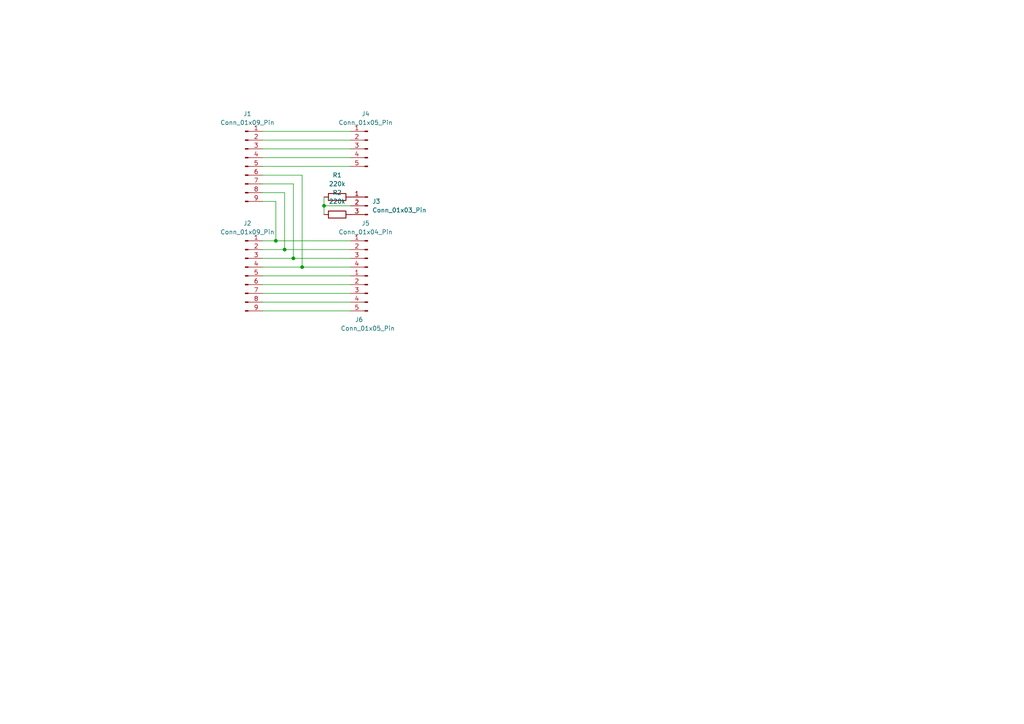
<source format=kicad_sch>
(kicad_sch (version 20230121) (generator eeschema)
  (paper "A4")
  (lib_symbols
    (symbol "Connector:Conn_01x03_Pin" (pin_names (offset 1.016) hide)
      (property "Reference" "J" (at 0 5.08 0))
      (property "Value" "Conn_01x03_Pin" (at 0 -5.08 0))
      (symbol "Conn_01x03_Pin_1_1"
        (polyline (pts (xy 1.27 -2.54) (xy 0.8636 -2.54)) (stroke (width 0.1524)))
        (polyline (pts (xy 1.27 0) (xy 0.8636 0)) (stroke (width 0.1524)))
        (polyline (pts (xy 1.27 2.54) (xy 0.8636 2.54)) (stroke (width 0.1524)))
        (rectangle (start 0.8636 -2.413) (end 0 -2.667) (stroke (width 0.1524)) (fill (type outline)))
        (rectangle (start 0.8636 0.127) (end 0 -0.127) (stroke (width 0.1524)) (fill (type outline)))
        (rectangle (start 0.8636 2.667) (end 0 2.413) (stroke (width 0.1524)) (fill (type outline)))
        (pin passive line (at 5.08 2.54 180) (length 3.81) (name "Pin_1") (number "1"))
        (pin passive line (at 5.08 0 180) (length 3.81) (name "Pin_2") (number "2"))
        (pin passive line (at 5.08 -2.54 180) (length 3.81) (name "Pin_3") (number "3"))
      )
    )
    (symbol "Connector:Conn_01x04_Pin" (pin_names (offset 1.016) hide)
      (property "Reference" "J" (at 0 5.08 0))
      (property "Value" "Conn_01x04_Pin" (at 0 -7.62 0))
      (symbol "Conn_01x04_Pin_1_1"
        (polyline (pts (xy 1.27 -5.08) (xy 0.8636 -5.08)) (stroke (width 0.1524)))
        (polyline (pts (xy 1.27 -2.54) (xy 0.8636 -2.54)) (stroke (width 0.1524)))
        (polyline (pts (xy 1.27 0) (xy 0.8636 0)) (stroke (width 0.1524)))
        (polyline (pts (xy 1.27 2.54) (xy 0.8636 2.54)) (stroke (width 0.1524)))
        (rectangle (start 0.8636 -4.953) (end 0 -5.207) (stroke (width 0.1524)) (fill (type outline)))
        (rectangle (start 0.8636 -2.413) (end 0 -2.667) (stroke (width 0.1524)) (fill (type outline)))
        (rectangle (start 0.8636 0.127) (end 0 -0.127) (stroke (width 0.1524)) (fill (type outline)))
        (rectangle (start 0.8636 2.667) (end 0 2.413) (stroke (width 0.1524)) (fill (type outline)))
        (pin passive line (at 5.08 2.54 180) (length 3.81) (name "Pin_1") (number "1"))
        (pin passive line (at 5.08 0 180) (length 3.81) (name "Pin_2") (number "2"))
        (pin passive line (at 5.08 -2.54 180) (length 3.81) (name "Pin_3") (number "3"))
        (pin passive line (at 5.08 -5.08 180) (length 3.81) (name "Pin_4") (number "4"))
      )
    )
    (symbol "Connector:Conn_01x05_Pin" (pin_names (offset 1.016) hide)
      (property "Reference" "J" (at 0 7.62 0))
      (property "Value" "Conn_01x05_Pin" (at 0 -7.62 0))
      (symbol "Conn_01x05_Pin_1_1"
        (polyline (pts (xy 1.27 -5.08) (xy 0.8636 -5.08)) (stroke (width 0.1524)))
        (polyline (pts (xy 1.27 -2.54) (xy 0.8636 -2.54)) (stroke (width 0.1524)))
        (polyline (pts (xy 1.27 0) (xy 0.8636 0)) (stroke (width 0.1524)))
        (polyline (pts (xy 1.27 2.54) (xy 0.8636 2.54)) (stroke (width 0.1524)))
        (polyline (pts (xy 1.27 5.08) (xy 0.8636 5.08)) (stroke (width 0.1524)))
        (rectangle (start 0.8636 -4.953) (end 0 -5.207) (stroke (width 0.1524)) (fill (type outline)))
        (rectangle (start 0.8636 -2.413) (end 0 -2.667) (stroke (width 0.1524)) (fill (type outline)))
        (rectangle (start 0.8636 0.127) (end 0 -0.127) (stroke (width 0.1524)) (fill (type outline)))
        (rectangle (start 0.8636 2.667) (end 0 2.413) (stroke (width 0.1524)) (fill (type outline)))
        (rectangle (start 0.8636 5.207) (end 0 4.953) (stroke (width 0.1524)) (fill (type outline)))
        (pin passive line (at 5.08 5.08 180) (length 3.81) (name "Pin_1") (number "1"))
        (pin passive line (at 5.08 2.54 180) (length 3.81) (name "Pin_2") (number "2"))
        (pin passive line (at 5.08 0 180) (length 3.81) (name "Pin_3") (number "3"))
        (pin passive line (at 5.08 -2.54 180) (length 3.81) (name "Pin_4") (number "4"))
        (pin passive line (at 5.08 -5.08 180) (length 3.81) (name "Pin_5") (number "5"))
      )
    )
    (symbol "Connector:Conn_01x09_Pin" (pin_names (offset 1.016) hide)
      (property "Reference" "J" (at 0 12.7 0))
      (property "Value" "Conn_01x09_Pin" (at 0 -12.7 0))
      (symbol "Conn_01x09_Pin_1_1"
        (polyline (pts (xy 1.27 -10.16) (xy 0.8636 -10.16)) (stroke (width 0.1524)))
        (polyline (pts (xy 1.27 -7.62) (xy 0.8636 -7.62)) (stroke (width 0.1524)))
        (polyline (pts (xy 1.27 -5.08) (xy 0.8636 -5.08)) (stroke (width 0.1524)))
        (polyline (pts (xy 1.27 -2.54) (xy 0.8636 -2.54)) (stroke (width 0.1524)))
        (polyline (pts (xy 1.27 0) (xy 0.8636 0)) (stroke (width 0.1524)))
        (polyline (pts (xy 1.27 2.54) (xy 0.8636 2.54)) (stroke (width 0.1524)))
        (polyline (pts (xy 1.27 5.08) (xy 0.8636 5.08)) (stroke (width 0.1524)))
        (polyline (pts (xy 1.27 7.62) (xy 0.8636 7.62)) (stroke (width 0.1524)))
        (polyline (pts (xy 1.27 10.16) (xy 0.8636 10.16)) (stroke (width 0.1524)))
        (rectangle (start 0.8636 -10.033) (end 0 -10.287) (stroke (width 0.1524)) (fill (type outline)))
        (rectangle (start 0.8636 -7.493) (end 0 -7.747) (stroke (width 0.1524)) (fill (type outline)))
        (rectangle (start 0.8636 -4.953) (end 0 -5.207) (stroke (width 0.1524)) (fill (type outline)))
        (rectangle (start 0.8636 -2.413) (end 0 -2.667) (stroke (width 0.1524)) (fill (type outline)))
        (rectangle (start 0.8636 0.127) (end 0 -0.127) (stroke (width 0.1524)) (fill (type outline)))
        (rectangle (start 0.8636 2.667) (end 0 2.413) (stroke (width 0.1524)) (fill (type outline)))
        (rectangle (start 0.8636 5.207) (end 0 4.953) (stroke (width 0.1524)) (fill (type outline)))
        (rectangle (start 0.8636 7.747) (end 0 7.493) (stroke (width 0.1524)) (fill (type outline)))
        (rectangle (start 0.8636 10.287) (end 0 10.033) (stroke (width 0.1524)) (fill (type outline)))
        (pin passive line (at 5.08 10.16 180) (length 3.81) (name "Pin_1") (number "1"))
        (pin passive line (at 5.08 7.62 180) (length 3.81) (name "Pin_2") (number "2"))
        (pin passive line (at 5.08 5.08 180) (length 3.81) (name "Pin_3") (number "3"))
        (pin passive line (at 5.08 2.54 180) (length 3.81) (name "Pin_4") (number "4"))
        (pin passive line (at 5.08 0 180) (length 3.81) (name "Pin_5") (number "5"))
        (pin passive line (at 5.08 -2.54 180) (length 3.81) (name "Pin_6") (number "6"))
        (pin passive line (at 5.08 -5.08 180) (length 3.81) (name "Pin_7") (number "7"))
        (pin passive line (at 5.08 -7.62 180) (length 3.81) (name "Pin_8") (number "8"))
        (pin passive line (at 5.08 -10.16 180) (length 3.81) (name "Pin_9") (number "9"))
      )
    )
    (symbol "Device:R" (pin_numbers hide) (pin_names (offset 0))
      (property "Reference" "R" (at 2.032 0 90))
      (property "Value" "R" (at 0 0 90))
      (symbol "R_0_1"
        (rectangle (start -1.016 -2.54) (end 1.016 2.54) (stroke (width 0.254)))
      )
      (symbol "R_1_1"
        (pin passive line (at 0 3.81 270) (length 1.27) (name "~") (number "1"))
        (pin passive line (at 0 -3.81 90) (length 1.27) (name "~") (number "2"))
      )
    )
  )
  (junction (at 82.55 72.39))
  (junction (at 85.09 74.93))
  (junction (at 87.63 77.47))
  (junction (at 93.98 59.69))
  (junction (at 80.01 69.85))
  (wire (pts (xy 93.98 59.69) (xy 93.98 62.23)))
  (wire (pts (xy 76.2 50.8) (xy 87.63 50.8)))
  (wire (pts (xy 80.01 69.85) (xy 101.6 69.85)))
  (wire (pts (xy 85.09 53.34) (xy 85.09 74.93)))
  (wire (pts (xy 76.2 43.18) (xy 101.6 43.18)))
  (wire (pts (xy 76.2 80.01) (xy 101.6 80.01)))
  (wire (pts (xy 85.09 74.93) (xy 101.6 74.93)))
  (wire (pts (xy 82.55 72.39) (xy 101.6 72.39)))
  (wire (pts (xy 76.2 45.72) (xy 101.6 45.72)))
  (wire (pts (xy 76.2 74.93) (xy 85.09 74.93)))
  (wire (pts (xy 87.63 50.8) (xy 87.63 77.47)))
  (wire (pts (xy 87.63 77.47) (xy 101.6 77.47)))
  (wire (pts (xy 76.2 55.88) (xy 82.55 55.88)))
  (wire (pts (xy 76.2 38.1) (xy 101.6 38.1)))
  (wire (pts (xy 76.2 53.34) (xy 85.09 53.34)))
  (wire (pts (xy 93.98 57.15) (xy 93.98 59.69)))
  (wire (pts (xy 93.98 59.69) (xy 101.6 59.69)))
  (wire (pts (xy 76.2 85.09) (xy 101.6 85.09)))
  (wire (pts (xy 76.2 87.63) (xy 101.6 87.63)))
  (wire (pts (xy 76.2 72.39) (xy 82.55 72.39)))
  (wire (pts (xy 76.2 90.17) (xy 101.6 90.17)))
  (wire (pts (xy 76.2 40.64) (xy 101.6 40.64)))
  (wire (pts (xy 76.2 82.55) (xy 101.6 82.55)))
  (wire (pts (xy 80.01 58.42) (xy 80.01 69.85)))
  (wire (pts (xy 76.2 48.26) (xy 101.6 48.26)))
  (wire (pts (xy 76.2 58.42) (xy 80.01 58.42)))
  (wire (pts (xy 76.2 69.85) (xy 80.01 69.85)))
  (wire (pts (xy 76.2 77.47) (xy 87.63 77.47)))
  (wire (pts (xy 82.55 55.88) (xy 82.55 72.39)))
  (symbol (lib_id "Connector:Conn_01x05_Pin") (at 106.68 85.09 0) (mirror y) (unit 1)
    (property "Reference" "J6" (at 104.14 92.71 0))
    (property "Value" "Conn_01x05_Pin" (at 106.68 95.25 0))
    (property "Footprint" "Connector_PinHeader_2.54mm:PinHeader_1x05_P2.54mm_Vertical" (effects hide))
  )
  (symbol (lib_id "Connector:Conn_01x03_Pin") (at 106.68 59.69 0) (mirror y) (unit 1)
    (property "Reference" "J3" (at 107.95 58.42 0) (effects (justify right)))
    (property "Value" "Conn_01x03_Pin" (at 107.95 60.96 0) (effects (justify right)))
    (property "Footprint" "Connector_PinHeader_2.54mm:PinHeader_1x03_P2.54mm_Vertical" (effects hide))
  )
  (symbol (lib_id "Device:R") (at 97.79 57.15 90) (unit 1)
    (property "Reference" "R1" (at 97.79 50.8 90))
    (property "Value" "220k" (at 97.79 53.34 90))
    (property "Footprint" "Resistor_THT:R_Axial_DIN0204_L3.6mm_D1.6mm_P7.62mm_Horizontal" (effects hide))
  )
  (symbol (lib_id "Connector:Conn_01x04_Pin") (at 106.68 72.39 0) (mirror y) (unit 1)
    (property "Reference" "J5" (at 106.045 64.77 0))
    (property "Value" "Conn_01x04_Pin" (at 106.045 67.31 0))
    (property "Footprint" "Connector_PinHeader_2.54mm:PinHeader_1x04_P2.54mm_Vertical" (effects hide))
  )
  (symbol (lib_id "Connector:Conn_01x05_Pin") (at 106.68 43.18 0) (mirror y) (unit 1)
    (property "Reference" "J4" (at 106.045 33.02 0))
    (property "Value" "Conn_01x05_Pin" (at 106.045 35.56 0))
    (property "Footprint" "Connector_PinHeader_2.54mm:PinHeader_1x05_P2.54mm_Vertical" (effects hide))
  )
  (symbol (lib_id "Connector:Conn_01x09_Pin") (at 71.12 48.26 0) (unit 1)
    (property "Reference" "J1" (at 71.755 33.02 0))
    (property "Value" "Conn_01x09_Pin" (at 71.755 35.56 0))
    (property "Footprint" "Connector_PinHeader_2.54mm:PinHeader_1x09_P2.54mm_Vertical" (effects hide))
  )
  (symbol (lib_id "Connector:Conn_01x09_Pin") (at 71.12 80.01 0) (unit 1)
    (property "Reference" "J2" (at 71.755 64.77 0))
    (property "Value" "Conn_01x09_Pin" (at 71.755 67.31 0))
    (property "Footprint" "Connector_PinHeader_2.54mm:PinHeader_1x09_P2.54mm_Vertical" (effects hide))
  )
  (symbol (lib_id "Device:R") (at 97.79 62.23 90) (unit 1)
    (property "Reference" "R2" (at 97.79 55.88 90))
    (property "Value" "220k" (at 97.79 58.42 90))
    (property "Footprint" "Resistor_THT:R_Axial_DIN0204_L3.6mm_D1.6mm_P7.62mm_Horizontal" (effects hide))
  )
)
</source>
